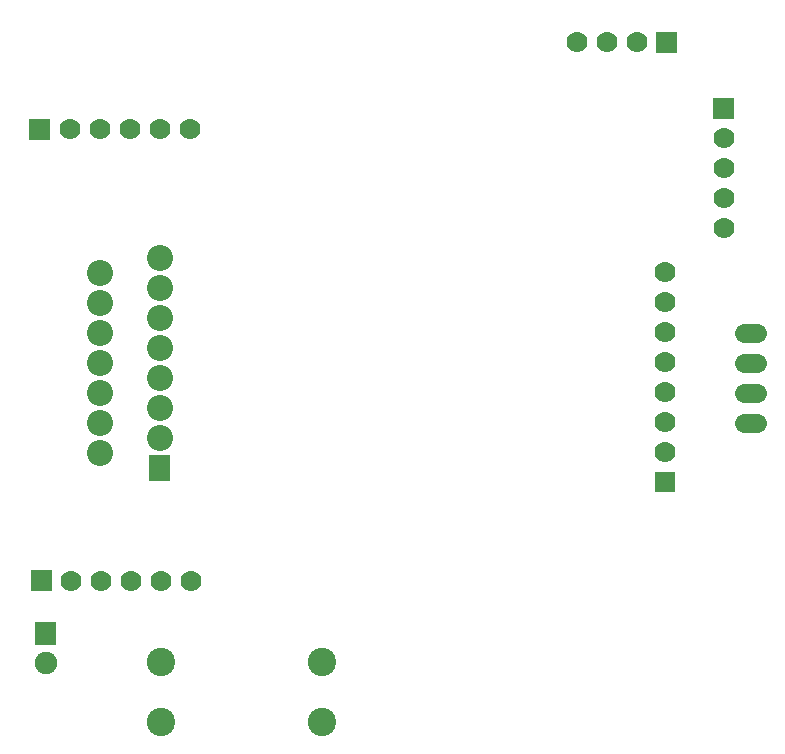
<source format=gbs>
G04 Layer: BottomSolderMaskLayer*
G04 EasyEDA v6.4.19.3, 2021-04-15T18:17:59+02:00*
G04 27ca5f04d03341a3abaed076034c1fd4,b26f2b340a5143eda07d108a38fc4859,10*
G04 Gerber Generator version 0.2*
G04 Scale: 100 percent, Rotated: No, Reflected: No *
G04 Dimensions in millimeters *
G04 leading zeros omitted , absolute positions ,4 integer and 5 decimal *
%FSLAX45Y45*%
%MOMM*%

%ADD45C,1.6027*%
%ADD48C,2.2032*%
%ADD50C,1.7780*%
%ADD51R,1.7780X1.7780*%
%ADD54C,1.9032*%
%ADD55C,2.4032*%

%LPD*%
D45*
X7002906Y4635500D02*
G01*
X6890893Y4635500D01*
X7002906Y4889500D02*
G01*
X6890893Y4889500D01*
X7002906Y5143500D02*
G01*
X6890893Y5143500D01*
X7002906Y5397500D02*
G01*
X6890893Y5397500D01*
D48*
G01*
X1943100Y6032500D03*
G01*
X1435100Y5905500D03*
G01*
X1943100Y5778500D03*
G01*
X1435100Y5651500D03*
G01*
X1943100Y5524500D03*
G01*
X1435100Y5397500D03*
G01*
X1943100Y5270500D03*
G01*
X1435100Y5143500D03*
G01*
X1943100Y5016500D03*
G01*
X1435100Y4889500D03*
G01*
X1943100Y4762500D03*
G01*
X1435100Y4635500D03*
G01*
X1943100Y4508500D03*
G01*
X1435100Y4381500D03*
G36*
X1852929Y4144263D02*
G01*
X1852929Y4364736D01*
X2033270Y4364736D01*
X2033270Y4144263D01*
G37*
D50*
G01*
X2209800Y3302000D03*
G01*
X1955800Y3302000D03*
G01*
X1701800Y3302000D03*
G01*
X1447800Y3302000D03*
G01*
X1193800Y3302000D03*
G36*
X850900Y3213100D02*
G01*
X850900Y3390900D01*
X1028700Y3390900D01*
X1028700Y3213100D01*
G37*
G01*
X2197100Y7124700D03*
G01*
X1943100Y7124700D03*
G01*
X1689100Y7124700D03*
G01*
X1435100Y7124700D03*
G01*
X1181100Y7124700D03*
G36*
X838200Y7035800D02*
G01*
X838200Y7213600D01*
X1016000Y7213600D01*
X1016000Y7035800D01*
G37*
D51*
G01*
X6223000Y4140200D03*
D50*
G01*
X6223000Y4394200D03*
G01*
X6223000Y4648200D03*
G01*
X6223000Y4902200D03*
G01*
X6223000Y5156200D03*
G01*
X6223000Y5410200D03*
G01*
X6223000Y5664200D03*
G01*
X6223000Y5918200D03*
G36*
X889000Y2762250D02*
G01*
X889000Y2952750D01*
X1066800Y2952750D01*
X1066800Y2762250D01*
G37*
D54*
G01*
X977900Y2603500D03*
D50*
G01*
X6718300Y6286500D03*
G01*
X6718300Y6540500D03*
G01*
X6718300Y6794500D03*
G01*
X6718300Y7048500D03*
G36*
X6629400Y7213600D02*
G01*
X6629400Y7391400D01*
X6807200Y7391400D01*
X6807200Y7213600D01*
G37*
D55*
G01*
X1955800Y2616200D03*
G01*
X1955800Y2108200D03*
G01*
X3314700Y2616200D03*
G01*
X3314700Y2108200D03*
G36*
X6146800Y7772400D02*
G01*
X6146800Y7950200D01*
X6324600Y7950200D01*
X6324600Y7772400D01*
G37*
D50*
G01*
X5981700Y7861300D03*
G01*
X5727700Y7861300D03*
G01*
X5473700Y7861300D03*
M02*

</source>
